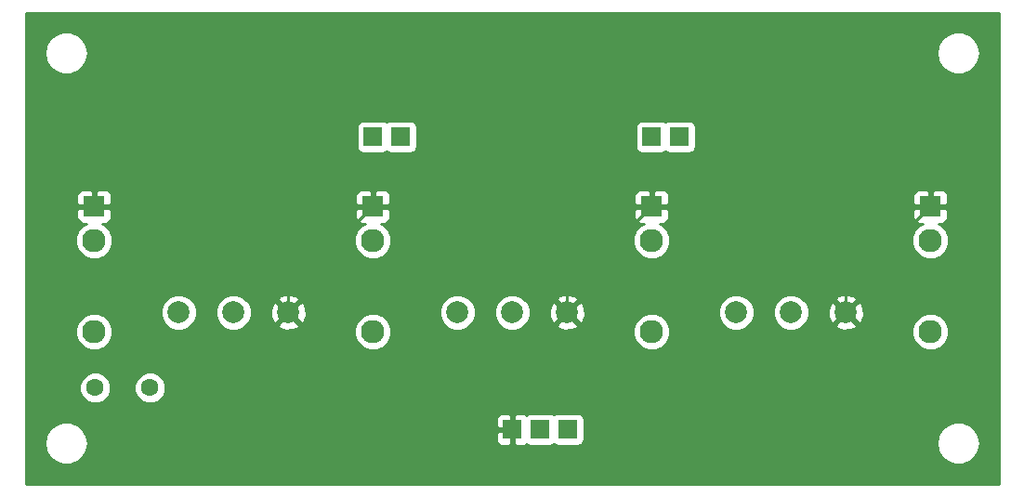
<source format=gbr>
G04 #@! TF.GenerationSoftware,KiCad,Pcbnew,(5.0.2)-1*
G04 #@! TF.CreationDate,2019-05-02T00:13:42-05:00*
G04 #@! TF.ProjectId,vcaControl,76636143-6f6e-4747-926f-6c2e6b696361,rev?*
G04 #@! TF.SameCoordinates,Original*
G04 #@! TF.FileFunction,Copper,L1,Top*
G04 #@! TF.FilePolarity,Positive*
%FSLAX46Y46*%
G04 Gerber Fmt 4.6, Leading zero omitted, Abs format (unit mm)*
G04 Created by KiCad (PCBNEW (5.0.2)-1) date 5/2/2019 12:13:42 AM*
%MOMM*%
%LPD*%
G01*
G04 APERTURE LIST*
G04 #@! TA.AperFunction,ComponentPad*
%ADD10C,1.998980*%
G04 #@! TD*
G04 #@! TA.AperFunction,ComponentPad*
%ADD11C,2.130000*%
G04 #@! TD*
G04 #@! TA.AperFunction,ComponentPad*
%ADD12R,1.930000X1.830000*%
G04 #@! TD*
G04 #@! TA.AperFunction,ComponentPad*
%ADD13C,1.600000*%
G04 #@! TD*
G04 #@! TA.AperFunction,ComponentPad*
%ADD14R,1.700000X1.700000*%
G04 #@! TD*
G04 #@! TA.AperFunction,Conductor*
%ADD15C,0.250000*%
G04 #@! TD*
G04 #@! TA.AperFunction,Conductor*
%ADD16C,0.254000*%
G04 #@! TD*
G04 APERTURE END LIST*
D10*
G04 #@! TO.P,RV1,1*
G04 #@! TO.N,Net-(CV2-PadT)*
X132160000Y-112520000D03*
G04 #@! TO.P,RV1,3*
G04 #@! TO.N,GND*
X142160000Y-112520000D03*
G04 #@! TO.P,RV1,2*
G04 #@! TO.N,Net-(J3C1-Pad1)*
X137160000Y-112520000D03*
G04 #@! TD*
G04 #@! TO.P,RV2,1*
G04 #@! TO.N,Net-(J4C1-Pad1)*
X157560000Y-112520000D03*
G04 #@! TO.P,RV2,3*
G04 #@! TO.N,GND*
X167560000Y-112520000D03*
G04 #@! TO.P,RV2,2*
G04 #@! TO.N,Net-(J5C1-Pad1)*
X162560000Y-112520000D03*
G04 #@! TD*
G04 #@! TO.P,RV3,1*
G04 #@! TO.N,Net-(C2-Pad1)*
X106760000Y-112520000D03*
G04 #@! TO.P,RV3,3*
G04 #@! TO.N,GND*
X116760000Y-112520000D03*
G04 #@! TO.P,RV3,2*
G04 #@! TO.N,Net-(J6C1-Pad1)*
X111760000Y-112520000D03*
G04 #@! TD*
D11*
G04 #@! TO.P,CV1,T*
G04 #@! TO.N,Net-(CV1-PadT)*
X124460000Y-114270000D03*
D12*
G04 #@! TO.P,CV1,S*
G04 #@! TO.N,GND*
X124460000Y-102870000D03*
D11*
G04 #@! TO.P,CV1,TN*
G04 #@! TO.N,N/C*
X124460000Y-105970000D03*
G04 #@! TD*
G04 #@! TO.P,CV2,T*
G04 #@! TO.N,Net-(CV2-PadT)*
X149860000Y-114270000D03*
D12*
G04 #@! TO.P,CV2,S*
G04 #@! TO.N,GND*
X149860000Y-102870000D03*
D11*
G04 #@! TO.P,CV2,TN*
G04 #@! TO.N,N/C*
X149860000Y-105970000D03*
G04 #@! TD*
G04 #@! TO.P,IN1,T*
G04 #@! TO.N,Net-(C2-Pad2)*
X99060000Y-114270000D03*
D12*
G04 #@! TO.P,IN1,S*
G04 #@! TO.N,GND*
X99060000Y-102870000D03*
D11*
G04 #@! TO.P,IN1,TN*
G04 #@! TO.N,N/C*
X99060000Y-105970000D03*
G04 #@! TD*
G04 #@! TO.P,OUT1,T*
G04 #@! TO.N,Net-(J1C1-Pad1)*
X175260000Y-114270000D03*
D12*
G04 #@! TO.P,OUT1,S*
G04 #@! TO.N,GND*
X175260000Y-102870000D03*
D11*
G04 #@! TO.P,OUT1,TN*
G04 #@! TO.N,N/C*
X175260000Y-105970000D03*
G04 #@! TD*
D13*
G04 #@! TO.P,C2,1*
G04 #@! TO.N,Net-(C2-Pad1)*
X104140000Y-119380000D03*
G04 #@! TO.P,C2,2*
G04 #@! TO.N,Net-(C2-Pad2)*
X99140000Y-119380000D03*
G04 #@! TD*
D14*
G04 #@! TO.P,J1C1,1*
G04 #@! TO.N,Net-(J1C1-Pad1)*
X142240000Y-123190000D03*
G04 #@! TD*
G04 #@! TO.P,J2C1,1*
G04 #@! TO.N,Net-(CV1-PadT)*
X139700000Y-123190000D03*
G04 #@! TD*
G04 #@! TO.P,J3C1,1*
G04 #@! TO.N,Net-(J3C1-Pad1)*
X127000000Y-96520000D03*
G04 #@! TD*
G04 #@! TO.P,J4C1,1*
G04 #@! TO.N,Net-(J4C1-Pad1)*
X149860000Y-96520000D03*
G04 #@! TD*
G04 #@! TO.P,J5C1,1*
G04 #@! TO.N,Net-(J5C1-Pad1)*
X152400000Y-96520000D03*
G04 #@! TD*
G04 #@! TO.P,J6C1,1*
G04 #@! TO.N,Net-(J6C1-Pad1)*
X124460000Y-96520000D03*
G04 #@! TD*
G04 #@! TO.P,J7C1,1*
G04 #@! TO.N,GND*
X137160000Y-123190000D03*
G04 #@! TD*
D15*
G04 #@! TO.N,GND*
X124410000Y-102870000D02*
X124460000Y-102870000D01*
X116760000Y-110520000D02*
X124410000Y-102870000D01*
X116760000Y-112520000D02*
X116760000Y-110520000D01*
X149810000Y-102870000D02*
X149860000Y-102870000D01*
X142160000Y-110520000D02*
X149810000Y-102870000D01*
X142160000Y-112520000D02*
X142160000Y-110520000D01*
X175210000Y-102870000D02*
X175260000Y-102870000D01*
X167560000Y-110520000D02*
X175210000Y-102870000D01*
X167560000Y-112520000D02*
X167560000Y-110520000D01*
X109110000Y-102870000D02*
X99060000Y-102870000D01*
X116760000Y-110520000D02*
X109110000Y-102870000D01*
X134510000Y-102870000D02*
X124460000Y-102870000D01*
X142160000Y-110520000D02*
X134510000Y-102870000D01*
X159910000Y-102870000D02*
X149860000Y-102870000D01*
X167560000Y-110520000D02*
X159910000Y-102870000D01*
G04 #@! TD*
D16*
G04 #@! TO.N,GND*
G36*
X181483000Y-128143000D02*
X92837000Y-128143000D01*
X92837000Y-124460000D01*
X94545000Y-124460000D01*
X94664107Y-125135490D01*
X95007062Y-125729506D01*
X95532500Y-126170400D01*
X96177045Y-126404995D01*
X96862955Y-126404995D01*
X97507500Y-126170400D01*
X98032938Y-125729506D01*
X98375893Y-125135490D01*
X98495000Y-124460000D01*
X98375893Y-123784510D01*
X98197631Y-123475750D01*
X135675000Y-123475750D01*
X135675000Y-124166310D01*
X135771673Y-124399699D01*
X135950302Y-124578327D01*
X136183691Y-124675000D01*
X136874250Y-124675000D01*
X137033000Y-124516250D01*
X137033000Y-123317000D01*
X135833750Y-123317000D01*
X135675000Y-123475750D01*
X98197631Y-123475750D01*
X98032938Y-123190494D01*
X97507500Y-122749600D01*
X96862955Y-122515005D01*
X96177045Y-122515005D01*
X95532500Y-122749600D01*
X95007062Y-123190494D01*
X94664107Y-123784510D01*
X94545000Y-124460000D01*
X92837000Y-124460000D01*
X92837000Y-122213690D01*
X135675000Y-122213690D01*
X135675000Y-122904250D01*
X135833750Y-123063000D01*
X137033000Y-123063000D01*
X137033000Y-121863750D01*
X137287000Y-121863750D01*
X137287000Y-123063000D01*
X137307000Y-123063000D01*
X137307000Y-123317000D01*
X137287000Y-123317000D01*
X137287000Y-124516250D01*
X137445750Y-124675000D01*
X138136309Y-124675000D01*
X138369698Y-124578327D01*
X138426975Y-124521051D01*
X138602235Y-124638157D01*
X138850000Y-124687440D01*
X140550000Y-124687440D01*
X140797765Y-124638157D01*
X140970000Y-124523072D01*
X141142235Y-124638157D01*
X141390000Y-124687440D01*
X143090000Y-124687440D01*
X143337765Y-124638157D01*
X143547809Y-124497809D01*
X143573072Y-124460000D01*
X175825000Y-124460000D01*
X175944107Y-125135490D01*
X176287062Y-125729506D01*
X176812500Y-126170400D01*
X177457045Y-126404995D01*
X178142955Y-126404995D01*
X178787500Y-126170400D01*
X179312938Y-125729506D01*
X179655893Y-125135490D01*
X179775000Y-124460000D01*
X179655893Y-123784510D01*
X179312938Y-123190494D01*
X178787500Y-122749600D01*
X178142955Y-122515005D01*
X177457045Y-122515005D01*
X176812500Y-122749600D01*
X176287062Y-123190494D01*
X175944107Y-123784510D01*
X175825000Y-124460000D01*
X143573072Y-124460000D01*
X143688157Y-124287765D01*
X143737440Y-124040000D01*
X143737440Y-122340000D01*
X143688157Y-122092235D01*
X143547809Y-121882191D01*
X143337765Y-121741843D01*
X143090000Y-121692560D01*
X141390000Y-121692560D01*
X141142235Y-121741843D01*
X140970000Y-121856928D01*
X140797765Y-121741843D01*
X140550000Y-121692560D01*
X138850000Y-121692560D01*
X138602235Y-121741843D01*
X138426975Y-121858949D01*
X138369698Y-121801673D01*
X138136309Y-121705000D01*
X137445750Y-121705000D01*
X137287000Y-121863750D01*
X137033000Y-121863750D01*
X136874250Y-121705000D01*
X136183691Y-121705000D01*
X135950302Y-121801673D01*
X135771673Y-121980301D01*
X135675000Y-122213690D01*
X92837000Y-122213690D01*
X92837000Y-119094561D01*
X97705000Y-119094561D01*
X97705000Y-119665439D01*
X97923466Y-120192862D01*
X98327138Y-120596534D01*
X98854561Y-120815000D01*
X99425439Y-120815000D01*
X99952862Y-120596534D01*
X100356534Y-120192862D01*
X100575000Y-119665439D01*
X100575000Y-119094561D01*
X102705000Y-119094561D01*
X102705000Y-119665439D01*
X102923466Y-120192862D01*
X103327138Y-120596534D01*
X103854561Y-120815000D01*
X104425439Y-120815000D01*
X104952862Y-120596534D01*
X105356534Y-120192862D01*
X105575000Y-119665439D01*
X105575000Y-119094561D01*
X105356534Y-118567138D01*
X104952862Y-118163466D01*
X104425439Y-117945000D01*
X103854561Y-117945000D01*
X103327138Y-118163466D01*
X102923466Y-118567138D01*
X102705000Y-119094561D01*
X100575000Y-119094561D01*
X100356534Y-118567138D01*
X99952862Y-118163466D01*
X99425439Y-117945000D01*
X98854561Y-117945000D01*
X98327138Y-118163466D01*
X97923466Y-118567138D01*
X97705000Y-119094561D01*
X92837000Y-119094561D01*
X92837000Y-113931849D01*
X97360000Y-113931849D01*
X97360000Y-114608151D01*
X97618810Y-115232973D01*
X98097027Y-115711190D01*
X98721849Y-115970000D01*
X99398151Y-115970000D01*
X100022973Y-115711190D01*
X100501190Y-115232973D01*
X100760000Y-114608151D01*
X100760000Y-113931849D01*
X100501190Y-113307027D01*
X100022973Y-112828810D01*
X99398151Y-112570000D01*
X98721849Y-112570000D01*
X98097027Y-112828810D01*
X97618810Y-113307027D01*
X97360000Y-113931849D01*
X92837000Y-113931849D01*
X92837000Y-112194880D01*
X105125510Y-112194880D01*
X105125510Y-112845120D01*
X105374346Y-113445864D01*
X105834136Y-113905654D01*
X106434880Y-114154490D01*
X107085120Y-114154490D01*
X107685864Y-113905654D01*
X108145654Y-113445864D01*
X108394490Y-112845120D01*
X108394490Y-112194880D01*
X110125510Y-112194880D01*
X110125510Y-112845120D01*
X110374346Y-113445864D01*
X110834136Y-113905654D01*
X111434880Y-114154490D01*
X112085120Y-114154490D01*
X112685864Y-113905654D01*
X112919355Y-113672163D01*
X115787443Y-113672163D01*
X115886042Y-113938965D01*
X116495582Y-114165401D01*
X117145377Y-114141341D01*
X117633958Y-113938965D01*
X117636587Y-113931849D01*
X122760000Y-113931849D01*
X122760000Y-114608151D01*
X123018810Y-115232973D01*
X123497027Y-115711190D01*
X124121849Y-115970000D01*
X124798151Y-115970000D01*
X125422973Y-115711190D01*
X125901190Y-115232973D01*
X126160000Y-114608151D01*
X126160000Y-113931849D01*
X125901190Y-113307027D01*
X125422973Y-112828810D01*
X124798151Y-112570000D01*
X124121849Y-112570000D01*
X123497027Y-112828810D01*
X123018810Y-113307027D01*
X122760000Y-113931849D01*
X117636587Y-113931849D01*
X117732557Y-113672163D01*
X116760000Y-112699605D01*
X115787443Y-113672163D01*
X112919355Y-113672163D01*
X113145654Y-113445864D01*
X113394490Y-112845120D01*
X113394490Y-112255582D01*
X115114599Y-112255582D01*
X115138659Y-112905377D01*
X115341035Y-113393958D01*
X115607837Y-113492557D01*
X116580395Y-112520000D01*
X116939605Y-112520000D01*
X117912163Y-113492557D01*
X118178965Y-113393958D01*
X118405401Y-112784418D01*
X118383573Y-112194880D01*
X130525510Y-112194880D01*
X130525510Y-112845120D01*
X130774346Y-113445864D01*
X131234136Y-113905654D01*
X131834880Y-114154490D01*
X132485120Y-114154490D01*
X133085864Y-113905654D01*
X133545654Y-113445864D01*
X133794490Y-112845120D01*
X133794490Y-112194880D01*
X135525510Y-112194880D01*
X135525510Y-112845120D01*
X135774346Y-113445864D01*
X136234136Y-113905654D01*
X136834880Y-114154490D01*
X137485120Y-114154490D01*
X138085864Y-113905654D01*
X138319355Y-113672163D01*
X141187443Y-113672163D01*
X141286042Y-113938965D01*
X141895582Y-114165401D01*
X142545377Y-114141341D01*
X143033958Y-113938965D01*
X143036587Y-113931849D01*
X148160000Y-113931849D01*
X148160000Y-114608151D01*
X148418810Y-115232973D01*
X148897027Y-115711190D01*
X149521849Y-115970000D01*
X150198151Y-115970000D01*
X150822973Y-115711190D01*
X151301190Y-115232973D01*
X151560000Y-114608151D01*
X151560000Y-113931849D01*
X151301190Y-113307027D01*
X150822973Y-112828810D01*
X150198151Y-112570000D01*
X149521849Y-112570000D01*
X148897027Y-112828810D01*
X148418810Y-113307027D01*
X148160000Y-113931849D01*
X143036587Y-113931849D01*
X143132557Y-113672163D01*
X142160000Y-112699605D01*
X141187443Y-113672163D01*
X138319355Y-113672163D01*
X138545654Y-113445864D01*
X138794490Y-112845120D01*
X138794490Y-112255582D01*
X140514599Y-112255582D01*
X140538659Y-112905377D01*
X140741035Y-113393958D01*
X141007837Y-113492557D01*
X141980395Y-112520000D01*
X142339605Y-112520000D01*
X143312163Y-113492557D01*
X143578965Y-113393958D01*
X143805401Y-112784418D01*
X143783573Y-112194880D01*
X155925510Y-112194880D01*
X155925510Y-112845120D01*
X156174346Y-113445864D01*
X156634136Y-113905654D01*
X157234880Y-114154490D01*
X157885120Y-114154490D01*
X158485864Y-113905654D01*
X158945654Y-113445864D01*
X159194490Y-112845120D01*
X159194490Y-112194880D01*
X160925510Y-112194880D01*
X160925510Y-112845120D01*
X161174346Y-113445864D01*
X161634136Y-113905654D01*
X162234880Y-114154490D01*
X162885120Y-114154490D01*
X163485864Y-113905654D01*
X163719355Y-113672163D01*
X166587443Y-113672163D01*
X166686042Y-113938965D01*
X167295582Y-114165401D01*
X167945377Y-114141341D01*
X168433958Y-113938965D01*
X168436587Y-113931849D01*
X173560000Y-113931849D01*
X173560000Y-114608151D01*
X173818810Y-115232973D01*
X174297027Y-115711190D01*
X174921849Y-115970000D01*
X175598151Y-115970000D01*
X176222973Y-115711190D01*
X176701190Y-115232973D01*
X176960000Y-114608151D01*
X176960000Y-113931849D01*
X176701190Y-113307027D01*
X176222973Y-112828810D01*
X175598151Y-112570000D01*
X174921849Y-112570000D01*
X174297027Y-112828810D01*
X173818810Y-113307027D01*
X173560000Y-113931849D01*
X168436587Y-113931849D01*
X168532557Y-113672163D01*
X167560000Y-112699605D01*
X166587443Y-113672163D01*
X163719355Y-113672163D01*
X163945654Y-113445864D01*
X164194490Y-112845120D01*
X164194490Y-112255582D01*
X165914599Y-112255582D01*
X165938659Y-112905377D01*
X166141035Y-113393958D01*
X166407837Y-113492557D01*
X167380395Y-112520000D01*
X167739605Y-112520000D01*
X168712163Y-113492557D01*
X168978965Y-113393958D01*
X169205401Y-112784418D01*
X169181341Y-112134623D01*
X168978965Y-111646042D01*
X168712163Y-111547443D01*
X167739605Y-112520000D01*
X167380395Y-112520000D01*
X166407837Y-111547443D01*
X166141035Y-111646042D01*
X165914599Y-112255582D01*
X164194490Y-112255582D01*
X164194490Y-112194880D01*
X163945654Y-111594136D01*
X163719355Y-111367837D01*
X166587443Y-111367837D01*
X167560000Y-112340395D01*
X168532557Y-111367837D01*
X168433958Y-111101035D01*
X167824418Y-110874599D01*
X167174623Y-110898659D01*
X166686042Y-111101035D01*
X166587443Y-111367837D01*
X163719355Y-111367837D01*
X163485864Y-111134346D01*
X162885120Y-110885510D01*
X162234880Y-110885510D01*
X161634136Y-111134346D01*
X161174346Y-111594136D01*
X160925510Y-112194880D01*
X159194490Y-112194880D01*
X158945654Y-111594136D01*
X158485864Y-111134346D01*
X157885120Y-110885510D01*
X157234880Y-110885510D01*
X156634136Y-111134346D01*
X156174346Y-111594136D01*
X155925510Y-112194880D01*
X143783573Y-112194880D01*
X143781341Y-112134623D01*
X143578965Y-111646042D01*
X143312163Y-111547443D01*
X142339605Y-112520000D01*
X141980395Y-112520000D01*
X141007837Y-111547443D01*
X140741035Y-111646042D01*
X140514599Y-112255582D01*
X138794490Y-112255582D01*
X138794490Y-112194880D01*
X138545654Y-111594136D01*
X138319355Y-111367837D01*
X141187443Y-111367837D01*
X142160000Y-112340395D01*
X143132557Y-111367837D01*
X143033958Y-111101035D01*
X142424418Y-110874599D01*
X141774623Y-110898659D01*
X141286042Y-111101035D01*
X141187443Y-111367837D01*
X138319355Y-111367837D01*
X138085864Y-111134346D01*
X137485120Y-110885510D01*
X136834880Y-110885510D01*
X136234136Y-111134346D01*
X135774346Y-111594136D01*
X135525510Y-112194880D01*
X133794490Y-112194880D01*
X133545654Y-111594136D01*
X133085864Y-111134346D01*
X132485120Y-110885510D01*
X131834880Y-110885510D01*
X131234136Y-111134346D01*
X130774346Y-111594136D01*
X130525510Y-112194880D01*
X118383573Y-112194880D01*
X118381341Y-112134623D01*
X118178965Y-111646042D01*
X117912163Y-111547443D01*
X116939605Y-112520000D01*
X116580395Y-112520000D01*
X115607837Y-111547443D01*
X115341035Y-111646042D01*
X115114599Y-112255582D01*
X113394490Y-112255582D01*
X113394490Y-112194880D01*
X113145654Y-111594136D01*
X112919355Y-111367837D01*
X115787443Y-111367837D01*
X116760000Y-112340395D01*
X117732557Y-111367837D01*
X117633958Y-111101035D01*
X117024418Y-110874599D01*
X116374623Y-110898659D01*
X115886042Y-111101035D01*
X115787443Y-111367837D01*
X112919355Y-111367837D01*
X112685864Y-111134346D01*
X112085120Y-110885510D01*
X111434880Y-110885510D01*
X110834136Y-111134346D01*
X110374346Y-111594136D01*
X110125510Y-112194880D01*
X108394490Y-112194880D01*
X108145654Y-111594136D01*
X107685864Y-111134346D01*
X107085120Y-110885510D01*
X106434880Y-110885510D01*
X105834136Y-111134346D01*
X105374346Y-111594136D01*
X105125510Y-112194880D01*
X92837000Y-112194880D01*
X92837000Y-105631849D01*
X97360000Y-105631849D01*
X97360000Y-106308151D01*
X97618810Y-106932973D01*
X98097027Y-107411190D01*
X98721849Y-107670000D01*
X99398151Y-107670000D01*
X100022973Y-107411190D01*
X100501190Y-106932973D01*
X100760000Y-106308151D01*
X100760000Y-105631849D01*
X122760000Y-105631849D01*
X122760000Y-106308151D01*
X123018810Y-106932973D01*
X123497027Y-107411190D01*
X124121849Y-107670000D01*
X124798151Y-107670000D01*
X125422973Y-107411190D01*
X125901190Y-106932973D01*
X126160000Y-106308151D01*
X126160000Y-105631849D01*
X148160000Y-105631849D01*
X148160000Y-106308151D01*
X148418810Y-106932973D01*
X148897027Y-107411190D01*
X149521849Y-107670000D01*
X150198151Y-107670000D01*
X150822973Y-107411190D01*
X151301190Y-106932973D01*
X151560000Y-106308151D01*
X151560000Y-105631849D01*
X173560000Y-105631849D01*
X173560000Y-106308151D01*
X173818810Y-106932973D01*
X174297027Y-107411190D01*
X174921849Y-107670000D01*
X175598151Y-107670000D01*
X176222973Y-107411190D01*
X176701190Y-106932973D01*
X176960000Y-106308151D01*
X176960000Y-105631849D01*
X176701190Y-105007027D01*
X176222973Y-104528810D01*
X175960283Y-104420000D01*
X176351309Y-104420000D01*
X176584698Y-104323327D01*
X176763327Y-104144699D01*
X176860000Y-103911310D01*
X176860000Y-103155750D01*
X176701250Y-102997000D01*
X175387000Y-102997000D01*
X175387000Y-103017000D01*
X175133000Y-103017000D01*
X175133000Y-102997000D01*
X173818750Y-102997000D01*
X173660000Y-103155750D01*
X173660000Y-103911310D01*
X173756673Y-104144699D01*
X173935302Y-104323327D01*
X174168691Y-104420000D01*
X174559717Y-104420000D01*
X174297027Y-104528810D01*
X173818810Y-105007027D01*
X173560000Y-105631849D01*
X151560000Y-105631849D01*
X151301190Y-105007027D01*
X150822973Y-104528810D01*
X150560283Y-104420000D01*
X150951309Y-104420000D01*
X151184698Y-104323327D01*
X151363327Y-104144699D01*
X151460000Y-103911310D01*
X151460000Y-103155750D01*
X151301250Y-102997000D01*
X149987000Y-102997000D01*
X149987000Y-103017000D01*
X149733000Y-103017000D01*
X149733000Y-102997000D01*
X148418750Y-102997000D01*
X148260000Y-103155750D01*
X148260000Y-103911310D01*
X148356673Y-104144699D01*
X148535302Y-104323327D01*
X148768691Y-104420000D01*
X149159717Y-104420000D01*
X148897027Y-104528810D01*
X148418810Y-105007027D01*
X148160000Y-105631849D01*
X126160000Y-105631849D01*
X125901190Y-105007027D01*
X125422973Y-104528810D01*
X125160283Y-104420000D01*
X125551309Y-104420000D01*
X125784698Y-104323327D01*
X125963327Y-104144699D01*
X126060000Y-103911310D01*
X126060000Y-103155750D01*
X125901250Y-102997000D01*
X124587000Y-102997000D01*
X124587000Y-103017000D01*
X124333000Y-103017000D01*
X124333000Y-102997000D01*
X123018750Y-102997000D01*
X122860000Y-103155750D01*
X122860000Y-103911310D01*
X122956673Y-104144699D01*
X123135302Y-104323327D01*
X123368691Y-104420000D01*
X123759717Y-104420000D01*
X123497027Y-104528810D01*
X123018810Y-105007027D01*
X122760000Y-105631849D01*
X100760000Y-105631849D01*
X100501190Y-105007027D01*
X100022973Y-104528810D01*
X99760283Y-104420000D01*
X100151309Y-104420000D01*
X100384698Y-104323327D01*
X100563327Y-104144699D01*
X100660000Y-103911310D01*
X100660000Y-103155750D01*
X100501250Y-102997000D01*
X99187000Y-102997000D01*
X99187000Y-103017000D01*
X98933000Y-103017000D01*
X98933000Y-102997000D01*
X97618750Y-102997000D01*
X97460000Y-103155750D01*
X97460000Y-103911310D01*
X97556673Y-104144699D01*
X97735302Y-104323327D01*
X97968691Y-104420000D01*
X98359717Y-104420000D01*
X98097027Y-104528810D01*
X97618810Y-105007027D01*
X97360000Y-105631849D01*
X92837000Y-105631849D01*
X92837000Y-101828690D01*
X97460000Y-101828690D01*
X97460000Y-102584250D01*
X97618750Y-102743000D01*
X98933000Y-102743000D01*
X98933000Y-101478750D01*
X99187000Y-101478750D01*
X99187000Y-102743000D01*
X100501250Y-102743000D01*
X100660000Y-102584250D01*
X100660000Y-101828690D01*
X122860000Y-101828690D01*
X122860000Y-102584250D01*
X123018750Y-102743000D01*
X124333000Y-102743000D01*
X124333000Y-101478750D01*
X124587000Y-101478750D01*
X124587000Y-102743000D01*
X125901250Y-102743000D01*
X126060000Y-102584250D01*
X126060000Y-101828690D01*
X148260000Y-101828690D01*
X148260000Y-102584250D01*
X148418750Y-102743000D01*
X149733000Y-102743000D01*
X149733000Y-101478750D01*
X149987000Y-101478750D01*
X149987000Y-102743000D01*
X151301250Y-102743000D01*
X151460000Y-102584250D01*
X151460000Y-101828690D01*
X173660000Y-101828690D01*
X173660000Y-102584250D01*
X173818750Y-102743000D01*
X175133000Y-102743000D01*
X175133000Y-101478750D01*
X175387000Y-101478750D01*
X175387000Y-102743000D01*
X176701250Y-102743000D01*
X176860000Y-102584250D01*
X176860000Y-101828690D01*
X176763327Y-101595301D01*
X176584698Y-101416673D01*
X176351309Y-101320000D01*
X175545750Y-101320000D01*
X175387000Y-101478750D01*
X175133000Y-101478750D01*
X174974250Y-101320000D01*
X174168691Y-101320000D01*
X173935302Y-101416673D01*
X173756673Y-101595301D01*
X173660000Y-101828690D01*
X151460000Y-101828690D01*
X151363327Y-101595301D01*
X151184698Y-101416673D01*
X150951309Y-101320000D01*
X150145750Y-101320000D01*
X149987000Y-101478750D01*
X149733000Y-101478750D01*
X149574250Y-101320000D01*
X148768691Y-101320000D01*
X148535302Y-101416673D01*
X148356673Y-101595301D01*
X148260000Y-101828690D01*
X126060000Y-101828690D01*
X125963327Y-101595301D01*
X125784698Y-101416673D01*
X125551309Y-101320000D01*
X124745750Y-101320000D01*
X124587000Y-101478750D01*
X124333000Y-101478750D01*
X124174250Y-101320000D01*
X123368691Y-101320000D01*
X123135302Y-101416673D01*
X122956673Y-101595301D01*
X122860000Y-101828690D01*
X100660000Y-101828690D01*
X100563327Y-101595301D01*
X100384698Y-101416673D01*
X100151309Y-101320000D01*
X99345750Y-101320000D01*
X99187000Y-101478750D01*
X98933000Y-101478750D01*
X98774250Y-101320000D01*
X97968691Y-101320000D01*
X97735302Y-101416673D01*
X97556673Y-101595301D01*
X97460000Y-101828690D01*
X92837000Y-101828690D01*
X92837000Y-95670000D01*
X122962560Y-95670000D01*
X122962560Y-97370000D01*
X123011843Y-97617765D01*
X123152191Y-97827809D01*
X123362235Y-97968157D01*
X123610000Y-98017440D01*
X125310000Y-98017440D01*
X125557765Y-97968157D01*
X125730000Y-97853072D01*
X125902235Y-97968157D01*
X126150000Y-98017440D01*
X127850000Y-98017440D01*
X128097765Y-97968157D01*
X128307809Y-97827809D01*
X128448157Y-97617765D01*
X128497440Y-97370000D01*
X128497440Y-95670000D01*
X148362560Y-95670000D01*
X148362560Y-97370000D01*
X148411843Y-97617765D01*
X148552191Y-97827809D01*
X148762235Y-97968157D01*
X149010000Y-98017440D01*
X150710000Y-98017440D01*
X150957765Y-97968157D01*
X151130000Y-97853072D01*
X151302235Y-97968157D01*
X151550000Y-98017440D01*
X153250000Y-98017440D01*
X153497765Y-97968157D01*
X153707809Y-97827809D01*
X153848157Y-97617765D01*
X153897440Y-97370000D01*
X153897440Y-95670000D01*
X153848157Y-95422235D01*
X153707809Y-95212191D01*
X153497765Y-95071843D01*
X153250000Y-95022560D01*
X151550000Y-95022560D01*
X151302235Y-95071843D01*
X151130000Y-95186928D01*
X150957765Y-95071843D01*
X150710000Y-95022560D01*
X149010000Y-95022560D01*
X148762235Y-95071843D01*
X148552191Y-95212191D01*
X148411843Y-95422235D01*
X148362560Y-95670000D01*
X128497440Y-95670000D01*
X128448157Y-95422235D01*
X128307809Y-95212191D01*
X128097765Y-95071843D01*
X127850000Y-95022560D01*
X126150000Y-95022560D01*
X125902235Y-95071843D01*
X125730000Y-95186928D01*
X125557765Y-95071843D01*
X125310000Y-95022560D01*
X123610000Y-95022560D01*
X123362235Y-95071843D01*
X123152191Y-95212191D01*
X123011843Y-95422235D01*
X122962560Y-95670000D01*
X92837000Y-95670000D01*
X92837000Y-88900000D01*
X94545000Y-88900000D01*
X94664107Y-89575490D01*
X95007062Y-90169506D01*
X95532500Y-90610400D01*
X96177045Y-90844995D01*
X96862955Y-90844995D01*
X97507500Y-90610400D01*
X98032938Y-90169506D01*
X98375893Y-89575490D01*
X98495000Y-88900000D01*
X175825000Y-88900000D01*
X175944107Y-89575490D01*
X176287062Y-90169506D01*
X176812500Y-90610400D01*
X177457045Y-90844995D01*
X178142955Y-90844995D01*
X178787500Y-90610400D01*
X179312938Y-90169506D01*
X179655893Y-89575490D01*
X179775000Y-88900000D01*
X179655893Y-88224510D01*
X179312938Y-87630494D01*
X178787500Y-87189600D01*
X178142955Y-86955005D01*
X177457045Y-86955005D01*
X176812500Y-87189600D01*
X176287062Y-87630494D01*
X175944107Y-88224510D01*
X175825000Y-88900000D01*
X98495000Y-88900000D01*
X98375893Y-88224510D01*
X98032938Y-87630494D01*
X97507500Y-87189600D01*
X96862955Y-86955005D01*
X96177045Y-86955005D01*
X95532500Y-87189600D01*
X95007062Y-87630494D01*
X94664107Y-88224510D01*
X94545000Y-88900000D01*
X92837000Y-88900000D01*
X92837000Y-85217000D01*
X181483000Y-85217000D01*
X181483000Y-128143000D01*
X181483000Y-128143000D01*
G37*
X181483000Y-128143000D02*
X92837000Y-128143000D01*
X92837000Y-124460000D01*
X94545000Y-124460000D01*
X94664107Y-125135490D01*
X95007062Y-125729506D01*
X95532500Y-126170400D01*
X96177045Y-126404995D01*
X96862955Y-126404995D01*
X97507500Y-126170400D01*
X98032938Y-125729506D01*
X98375893Y-125135490D01*
X98495000Y-124460000D01*
X98375893Y-123784510D01*
X98197631Y-123475750D01*
X135675000Y-123475750D01*
X135675000Y-124166310D01*
X135771673Y-124399699D01*
X135950302Y-124578327D01*
X136183691Y-124675000D01*
X136874250Y-124675000D01*
X137033000Y-124516250D01*
X137033000Y-123317000D01*
X135833750Y-123317000D01*
X135675000Y-123475750D01*
X98197631Y-123475750D01*
X98032938Y-123190494D01*
X97507500Y-122749600D01*
X96862955Y-122515005D01*
X96177045Y-122515005D01*
X95532500Y-122749600D01*
X95007062Y-123190494D01*
X94664107Y-123784510D01*
X94545000Y-124460000D01*
X92837000Y-124460000D01*
X92837000Y-122213690D01*
X135675000Y-122213690D01*
X135675000Y-122904250D01*
X135833750Y-123063000D01*
X137033000Y-123063000D01*
X137033000Y-121863750D01*
X137287000Y-121863750D01*
X137287000Y-123063000D01*
X137307000Y-123063000D01*
X137307000Y-123317000D01*
X137287000Y-123317000D01*
X137287000Y-124516250D01*
X137445750Y-124675000D01*
X138136309Y-124675000D01*
X138369698Y-124578327D01*
X138426975Y-124521051D01*
X138602235Y-124638157D01*
X138850000Y-124687440D01*
X140550000Y-124687440D01*
X140797765Y-124638157D01*
X140970000Y-124523072D01*
X141142235Y-124638157D01*
X141390000Y-124687440D01*
X143090000Y-124687440D01*
X143337765Y-124638157D01*
X143547809Y-124497809D01*
X143573072Y-124460000D01*
X175825000Y-124460000D01*
X175944107Y-125135490D01*
X176287062Y-125729506D01*
X176812500Y-126170400D01*
X177457045Y-126404995D01*
X178142955Y-126404995D01*
X178787500Y-126170400D01*
X179312938Y-125729506D01*
X179655893Y-125135490D01*
X179775000Y-124460000D01*
X179655893Y-123784510D01*
X179312938Y-123190494D01*
X178787500Y-122749600D01*
X178142955Y-122515005D01*
X177457045Y-122515005D01*
X176812500Y-122749600D01*
X176287062Y-123190494D01*
X175944107Y-123784510D01*
X175825000Y-124460000D01*
X143573072Y-124460000D01*
X143688157Y-124287765D01*
X143737440Y-124040000D01*
X143737440Y-122340000D01*
X143688157Y-122092235D01*
X143547809Y-121882191D01*
X143337765Y-121741843D01*
X143090000Y-121692560D01*
X141390000Y-121692560D01*
X141142235Y-121741843D01*
X140970000Y-121856928D01*
X140797765Y-121741843D01*
X140550000Y-121692560D01*
X138850000Y-121692560D01*
X138602235Y-121741843D01*
X138426975Y-121858949D01*
X138369698Y-121801673D01*
X138136309Y-121705000D01*
X137445750Y-121705000D01*
X137287000Y-121863750D01*
X137033000Y-121863750D01*
X136874250Y-121705000D01*
X136183691Y-121705000D01*
X135950302Y-121801673D01*
X135771673Y-121980301D01*
X135675000Y-122213690D01*
X92837000Y-122213690D01*
X92837000Y-119094561D01*
X97705000Y-119094561D01*
X97705000Y-119665439D01*
X97923466Y-120192862D01*
X98327138Y-120596534D01*
X98854561Y-120815000D01*
X99425439Y-120815000D01*
X99952862Y-120596534D01*
X100356534Y-120192862D01*
X100575000Y-119665439D01*
X100575000Y-119094561D01*
X102705000Y-119094561D01*
X102705000Y-119665439D01*
X102923466Y-120192862D01*
X103327138Y-120596534D01*
X103854561Y-120815000D01*
X104425439Y-120815000D01*
X104952862Y-120596534D01*
X105356534Y-120192862D01*
X105575000Y-119665439D01*
X105575000Y-119094561D01*
X105356534Y-118567138D01*
X104952862Y-118163466D01*
X104425439Y-117945000D01*
X103854561Y-117945000D01*
X103327138Y-118163466D01*
X102923466Y-118567138D01*
X102705000Y-119094561D01*
X100575000Y-119094561D01*
X100356534Y-118567138D01*
X99952862Y-118163466D01*
X99425439Y-117945000D01*
X98854561Y-117945000D01*
X98327138Y-118163466D01*
X97923466Y-118567138D01*
X97705000Y-119094561D01*
X92837000Y-119094561D01*
X92837000Y-113931849D01*
X97360000Y-113931849D01*
X97360000Y-114608151D01*
X97618810Y-115232973D01*
X98097027Y-115711190D01*
X98721849Y-115970000D01*
X99398151Y-115970000D01*
X100022973Y-115711190D01*
X100501190Y-115232973D01*
X100760000Y-114608151D01*
X100760000Y-113931849D01*
X100501190Y-113307027D01*
X100022973Y-112828810D01*
X99398151Y-112570000D01*
X98721849Y-112570000D01*
X98097027Y-112828810D01*
X97618810Y-113307027D01*
X97360000Y-113931849D01*
X92837000Y-113931849D01*
X92837000Y-112194880D01*
X105125510Y-112194880D01*
X105125510Y-112845120D01*
X105374346Y-113445864D01*
X105834136Y-113905654D01*
X106434880Y-114154490D01*
X107085120Y-114154490D01*
X107685864Y-113905654D01*
X108145654Y-113445864D01*
X108394490Y-112845120D01*
X108394490Y-112194880D01*
X110125510Y-112194880D01*
X110125510Y-112845120D01*
X110374346Y-113445864D01*
X110834136Y-113905654D01*
X111434880Y-114154490D01*
X112085120Y-114154490D01*
X112685864Y-113905654D01*
X112919355Y-113672163D01*
X115787443Y-113672163D01*
X115886042Y-113938965D01*
X116495582Y-114165401D01*
X117145377Y-114141341D01*
X117633958Y-113938965D01*
X117636587Y-113931849D01*
X122760000Y-113931849D01*
X122760000Y-114608151D01*
X123018810Y-115232973D01*
X123497027Y-115711190D01*
X124121849Y-115970000D01*
X124798151Y-115970000D01*
X125422973Y-115711190D01*
X125901190Y-115232973D01*
X126160000Y-114608151D01*
X126160000Y-113931849D01*
X125901190Y-113307027D01*
X125422973Y-112828810D01*
X124798151Y-112570000D01*
X124121849Y-112570000D01*
X123497027Y-112828810D01*
X123018810Y-113307027D01*
X122760000Y-113931849D01*
X117636587Y-113931849D01*
X117732557Y-113672163D01*
X116760000Y-112699605D01*
X115787443Y-113672163D01*
X112919355Y-113672163D01*
X113145654Y-113445864D01*
X113394490Y-112845120D01*
X113394490Y-112255582D01*
X115114599Y-112255582D01*
X115138659Y-112905377D01*
X115341035Y-113393958D01*
X115607837Y-113492557D01*
X116580395Y-112520000D01*
X116939605Y-112520000D01*
X117912163Y-113492557D01*
X118178965Y-113393958D01*
X118405401Y-112784418D01*
X118383573Y-112194880D01*
X130525510Y-112194880D01*
X130525510Y-112845120D01*
X130774346Y-113445864D01*
X131234136Y-113905654D01*
X131834880Y-114154490D01*
X132485120Y-114154490D01*
X133085864Y-113905654D01*
X133545654Y-113445864D01*
X133794490Y-112845120D01*
X133794490Y-112194880D01*
X135525510Y-112194880D01*
X135525510Y-112845120D01*
X135774346Y-113445864D01*
X136234136Y-113905654D01*
X136834880Y-114154490D01*
X137485120Y-114154490D01*
X138085864Y-113905654D01*
X138319355Y-113672163D01*
X141187443Y-113672163D01*
X141286042Y-113938965D01*
X141895582Y-114165401D01*
X142545377Y-114141341D01*
X143033958Y-113938965D01*
X143036587Y-113931849D01*
X148160000Y-113931849D01*
X148160000Y-114608151D01*
X148418810Y-115232973D01*
X148897027Y-115711190D01*
X149521849Y-115970000D01*
X150198151Y-115970000D01*
X150822973Y-115711190D01*
X151301190Y-115232973D01*
X151560000Y-114608151D01*
X151560000Y-113931849D01*
X151301190Y-113307027D01*
X150822973Y-112828810D01*
X150198151Y-112570000D01*
X149521849Y-112570000D01*
X148897027Y-112828810D01*
X148418810Y-113307027D01*
X148160000Y-113931849D01*
X143036587Y-113931849D01*
X143132557Y-113672163D01*
X142160000Y-112699605D01*
X141187443Y-113672163D01*
X138319355Y-113672163D01*
X138545654Y-113445864D01*
X138794490Y-112845120D01*
X138794490Y-112255582D01*
X140514599Y-112255582D01*
X140538659Y-112905377D01*
X140741035Y-113393958D01*
X141007837Y-113492557D01*
X141980395Y-112520000D01*
X142339605Y-112520000D01*
X143312163Y-113492557D01*
X143578965Y-113393958D01*
X143805401Y-112784418D01*
X143783573Y-112194880D01*
X155925510Y-112194880D01*
X155925510Y-112845120D01*
X156174346Y-113445864D01*
X156634136Y-113905654D01*
X157234880Y-114154490D01*
X157885120Y-114154490D01*
X158485864Y-113905654D01*
X158945654Y-113445864D01*
X159194490Y-112845120D01*
X159194490Y-112194880D01*
X160925510Y-112194880D01*
X160925510Y-112845120D01*
X161174346Y-113445864D01*
X161634136Y-113905654D01*
X162234880Y-114154490D01*
X162885120Y-114154490D01*
X163485864Y-113905654D01*
X163719355Y-113672163D01*
X166587443Y-113672163D01*
X166686042Y-113938965D01*
X167295582Y-114165401D01*
X167945377Y-114141341D01*
X168433958Y-113938965D01*
X168436587Y-113931849D01*
X173560000Y-113931849D01*
X173560000Y-114608151D01*
X173818810Y-115232973D01*
X174297027Y-115711190D01*
X174921849Y-115970000D01*
X175598151Y-115970000D01*
X176222973Y-115711190D01*
X176701190Y-115232973D01*
X176960000Y-114608151D01*
X176960000Y-113931849D01*
X176701190Y-113307027D01*
X176222973Y-112828810D01*
X175598151Y-112570000D01*
X174921849Y-112570000D01*
X174297027Y-112828810D01*
X173818810Y-113307027D01*
X173560000Y-113931849D01*
X168436587Y-113931849D01*
X168532557Y-113672163D01*
X167560000Y-112699605D01*
X166587443Y-113672163D01*
X163719355Y-113672163D01*
X163945654Y-113445864D01*
X164194490Y-112845120D01*
X164194490Y-112255582D01*
X165914599Y-112255582D01*
X165938659Y-112905377D01*
X166141035Y-113393958D01*
X166407837Y-113492557D01*
X167380395Y-112520000D01*
X167739605Y-112520000D01*
X168712163Y-113492557D01*
X168978965Y-113393958D01*
X169205401Y-112784418D01*
X169181341Y-112134623D01*
X168978965Y-111646042D01*
X168712163Y-111547443D01*
X167739605Y-112520000D01*
X167380395Y-112520000D01*
X166407837Y-111547443D01*
X166141035Y-111646042D01*
X165914599Y-112255582D01*
X164194490Y-112255582D01*
X164194490Y-112194880D01*
X163945654Y-111594136D01*
X163719355Y-111367837D01*
X166587443Y-111367837D01*
X167560000Y-112340395D01*
X168532557Y-111367837D01*
X168433958Y-111101035D01*
X167824418Y-110874599D01*
X167174623Y-110898659D01*
X166686042Y-111101035D01*
X166587443Y-111367837D01*
X163719355Y-111367837D01*
X163485864Y-111134346D01*
X162885120Y-110885510D01*
X162234880Y-110885510D01*
X161634136Y-111134346D01*
X161174346Y-111594136D01*
X160925510Y-112194880D01*
X159194490Y-112194880D01*
X158945654Y-111594136D01*
X158485864Y-111134346D01*
X157885120Y-110885510D01*
X157234880Y-110885510D01*
X156634136Y-111134346D01*
X156174346Y-111594136D01*
X155925510Y-112194880D01*
X143783573Y-112194880D01*
X143781341Y-112134623D01*
X143578965Y-111646042D01*
X143312163Y-111547443D01*
X142339605Y-112520000D01*
X141980395Y-112520000D01*
X141007837Y-111547443D01*
X140741035Y-111646042D01*
X140514599Y-112255582D01*
X138794490Y-112255582D01*
X138794490Y-112194880D01*
X138545654Y-111594136D01*
X138319355Y-111367837D01*
X141187443Y-111367837D01*
X142160000Y-112340395D01*
X143132557Y-111367837D01*
X143033958Y-111101035D01*
X142424418Y-110874599D01*
X141774623Y-110898659D01*
X141286042Y-111101035D01*
X141187443Y-111367837D01*
X138319355Y-111367837D01*
X138085864Y-111134346D01*
X137485120Y-110885510D01*
X136834880Y-110885510D01*
X136234136Y-111134346D01*
X135774346Y-111594136D01*
X135525510Y-112194880D01*
X133794490Y-112194880D01*
X133545654Y-111594136D01*
X133085864Y-111134346D01*
X132485120Y-110885510D01*
X131834880Y-110885510D01*
X131234136Y-111134346D01*
X130774346Y-111594136D01*
X130525510Y-112194880D01*
X118383573Y-112194880D01*
X118381341Y-112134623D01*
X118178965Y-111646042D01*
X117912163Y-111547443D01*
X116939605Y-112520000D01*
X116580395Y-112520000D01*
X115607837Y-111547443D01*
X115341035Y-111646042D01*
X115114599Y-112255582D01*
X113394490Y-112255582D01*
X113394490Y-112194880D01*
X113145654Y-111594136D01*
X112919355Y-111367837D01*
X115787443Y-111367837D01*
X116760000Y-112340395D01*
X117732557Y-111367837D01*
X117633958Y-111101035D01*
X117024418Y-110874599D01*
X116374623Y-110898659D01*
X115886042Y-111101035D01*
X115787443Y-111367837D01*
X112919355Y-111367837D01*
X112685864Y-111134346D01*
X112085120Y-110885510D01*
X111434880Y-110885510D01*
X110834136Y-111134346D01*
X110374346Y-111594136D01*
X110125510Y-112194880D01*
X108394490Y-112194880D01*
X108145654Y-111594136D01*
X107685864Y-111134346D01*
X107085120Y-110885510D01*
X106434880Y-110885510D01*
X105834136Y-111134346D01*
X105374346Y-111594136D01*
X105125510Y-112194880D01*
X92837000Y-112194880D01*
X92837000Y-105631849D01*
X97360000Y-105631849D01*
X97360000Y-106308151D01*
X97618810Y-106932973D01*
X98097027Y-107411190D01*
X98721849Y-107670000D01*
X99398151Y-107670000D01*
X100022973Y-107411190D01*
X100501190Y-106932973D01*
X100760000Y-106308151D01*
X100760000Y-105631849D01*
X122760000Y-105631849D01*
X122760000Y-106308151D01*
X123018810Y-106932973D01*
X123497027Y-107411190D01*
X124121849Y-107670000D01*
X124798151Y-107670000D01*
X125422973Y-107411190D01*
X125901190Y-106932973D01*
X126160000Y-106308151D01*
X126160000Y-105631849D01*
X148160000Y-105631849D01*
X148160000Y-106308151D01*
X148418810Y-106932973D01*
X148897027Y-107411190D01*
X149521849Y-107670000D01*
X150198151Y-107670000D01*
X150822973Y-107411190D01*
X151301190Y-106932973D01*
X151560000Y-106308151D01*
X151560000Y-105631849D01*
X173560000Y-105631849D01*
X173560000Y-106308151D01*
X173818810Y-106932973D01*
X174297027Y-107411190D01*
X174921849Y-107670000D01*
X175598151Y-107670000D01*
X176222973Y-107411190D01*
X176701190Y-106932973D01*
X176960000Y-106308151D01*
X176960000Y-105631849D01*
X176701190Y-105007027D01*
X176222973Y-104528810D01*
X175960283Y-104420000D01*
X176351309Y-104420000D01*
X176584698Y-104323327D01*
X176763327Y-104144699D01*
X176860000Y-103911310D01*
X176860000Y-103155750D01*
X176701250Y-102997000D01*
X175387000Y-102997000D01*
X175387000Y-103017000D01*
X175133000Y-103017000D01*
X175133000Y-102997000D01*
X173818750Y-102997000D01*
X173660000Y-103155750D01*
X173660000Y-103911310D01*
X173756673Y-104144699D01*
X173935302Y-104323327D01*
X174168691Y-104420000D01*
X174559717Y-104420000D01*
X174297027Y-104528810D01*
X173818810Y-105007027D01*
X173560000Y-105631849D01*
X151560000Y-105631849D01*
X151301190Y-105007027D01*
X150822973Y-104528810D01*
X150560283Y-104420000D01*
X150951309Y-104420000D01*
X151184698Y-104323327D01*
X151363327Y-104144699D01*
X151460000Y-103911310D01*
X151460000Y-103155750D01*
X151301250Y-102997000D01*
X149987000Y-102997000D01*
X149987000Y-103017000D01*
X149733000Y-103017000D01*
X149733000Y-102997000D01*
X148418750Y-102997000D01*
X148260000Y-103155750D01*
X148260000Y-103911310D01*
X148356673Y-104144699D01*
X148535302Y-104323327D01*
X148768691Y-104420000D01*
X149159717Y-104420000D01*
X148897027Y-104528810D01*
X148418810Y-105007027D01*
X148160000Y-105631849D01*
X126160000Y-105631849D01*
X125901190Y-105007027D01*
X125422973Y-104528810D01*
X125160283Y-104420000D01*
X125551309Y-104420000D01*
X125784698Y-104323327D01*
X125963327Y-104144699D01*
X126060000Y-103911310D01*
X126060000Y-103155750D01*
X125901250Y-102997000D01*
X124587000Y-102997000D01*
X124587000Y-103017000D01*
X124333000Y-103017000D01*
X124333000Y-102997000D01*
X123018750Y-102997000D01*
X122860000Y-103155750D01*
X122860000Y-103911310D01*
X122956673Y-104144699D01*
X123135302Y-104323327D01*
X123368691Y-104420000D01*
X123759717Y-104420000D01*
X123497027Y-104528810D01*
X123018810Y-105007027D01*
X122760000Y-105631849D01*
X100760000Y-105631849D01*
X100501190Y-105007027D01*
X100022973Y-104528810D01*
X99760283Y-104420000D01*
X100151309Y-104420000D01*
X100384698Y-104323327D01*
X100563327Y-104144699D01*
X100660000Y-103911310D01*
X100660000Y-103155750D01*
X100501250Y-102997000D01*
X99187000Y-102997000D01*
X99187000Y-103017000D01*
X98933000Y-103017000D01*
X98933000Y-102997000D01*
X97618750Y-102997000D01*
X97460000Y-103155750D01*
X97460000Y-103911310D01*
X97556673Y-104144699D01*
X97735302Y-104323327D01*
X97968691Y-104420000D01*
X98359717Y-104420000D01*
X98097027Y-104528810D01*
X97618810Y-105007027D01*
X97360000Y-105631849D01*
X92837000Y-105631849D01*
X92837000Y-101828690D01*
X97460000Y-101828690D01*
X97460000Y-102584250D01*
X97618750Y-102743000D01*
X98933000Y-102743000D01*
X98933000Y-101478750D01*
X99187000Y-101478750D01*
X99187000Y-102743000D01*
X100501250Y-102743000D01*
X100660000Y-102584250D01*
X100660000Y-101828690D01*
X122860000Y-101828690D01*
X122860000Y-102584250D01*
X123018750Y-102743000D01*
X124333000Y-102743000D01*
X124333000Y-101478750D01*
X124587000Y-101478750D01*
X124587000Y-102743000D01*
X125901250Y-102743000D01*
X126060000Y-102584250D01*
X126060000Y-101828690D01*
X148260000Y-101828690D01*
X148260000Y-102584250D01*
X148418750Y-102743000D01*
X149733000Y-102743000D01*
X149733000Y-101478750D01*
X149987000Y-101478750D01*
X149987000Y-102743000D01*
X151301250Y-102743000D01*
X151460000Y-102584250D01*
X151460000Y-101828690D01*
X173660000Y-101828690D01*
X173660000Y-102584250D01*
X173818750Y-102743000D01*
X175133000Y-102743000D01*
X175133000Y-101478750D01*
X175387000Y-101478750D01*
X175387000Y-102743000D01*
X176701250Y-102743000D01*
X176860000Y-102584250D01*
X176860000Y-101828690D01*
X176763327Y-101595301D01*
X176584698Y-101416673D01*
X176351309Y-101320000D01*
X175545750Y-101320000D01*
X175387000Y-101478750D01*
X175133000Y-101478750D01*
X174974250Y-101320000D01*
X174168691Y-101320000D01*
X173935302Y-101416673D01*
X173756673Y-101595301D01*
X173660000Y-101828690D01*
X151460000Y-101828690D01*
X151363327Y-101595301D01*
X151184698Y-101416673D01*
X150951309Y-101320000D01*
X150145750Y-101320000D01*
X149987000Y-101478750D01*
X149733000Y-101478750D01*
X149574250Y-101320000D01*
X148768691Y-101320000D01*
X148535302Y-101416673D01*
X148356673Y-101595301D01*
X148260000Y-101828690D01*
X126060000Y-101828690D01*
X125963327Y-101595301D01*
X125784698Y-101416673D01*
X125551309Y-101320000D01*
X124745750Y-101320000D01*
X124587000Y-101478750D01*
X124333000Y-101478750D01*
X124174250Y-101320000D01*
X123368691Y-101320000D01*
X123135302Y-101416673D01*
X122956673Y-101595301D01*
X122860000Y-101828690D01*
X100660000Y-101828690D01*
X100563327Y-101595301D01*
X100384698Y-101416673D01*
X100151309Y-101320000D01*
X99345750Y-101320000D01*
X99187000Y-101478750D01*
X98933000Y-101478750D01*
X98774250Y-101320000D01*
X97968691Y-101320000D01*
X97735302Y-101416673D01*
X97556673Y-101595301D01*
X97460000Y-101828690D01*
X92837000Y-101828690D01*
X92837000Y-95670000D01*
X122962560Y-95670000D01*
X122962560Y-97370000D01*
X123011843Y-97617765D01*
X123152191Y-97827809D01*
X123362235Y-97968157D01*
X123610000Y-98017440D01*
X125310000Y-98017440D01*
X125557765Y-97968157D01*
X125730000Y-97853072D01*
X125902235Y-97968157D01*
X126150000Y-98017440D01*
X127850000Y-98017440D01*
X128097765Y-97968157D01*
X128307809Y-97827809D01*
X128448157Y-97617765D01*
X128497440Y-97370000D01*
X128497440Y-95670000D01*
X148362560Y-95670000D01*
X148362560Y-97370000D01*
X148411843Y-97617765D01*
X148552191Y-97827809D01*
X148762235Y-97968157D01*
X149010000Y-98017440D01*
X150710000Y-98017440D01*
X150957765Y-97968157D01*
X151130000Y-97853072D01*
X151302235Y-97968157D01*
X151550000Y-98017440D01*
X153250000Y-98017440D01*
X153497765Y-97968157D01*
X153707809Y-97827809D01*
X153848157Y-97617765D01*
X153897440Y-97370000D01*
X153897440Y-95670000D01*
X153848157Y-95422235D01*
X153707809Y-95212191D01*
X153497765Y-95071843D01*
X153250000Y-95022560D01*
X151550000Y-95022560D01*
X151302235Y-95071843D01*
X151130000Y-95186928D01*
X150957765Y-95071843D01*
X150710000Y-95022560D01*
X149010000Y-95022560D01*
X148762235Y-95071843D01*
X148552191Y-95212191D01*
X148411843Y-95422235D01*
X148362560Y-95670000D01*
X128497440Y-95670000D01*
X128448157Y-95422235D01*
X128307809Y-95212191D01*
X128097765Y-95071843D01*
X127850000Y-95022560D01*
X126150000Y-95022560D01*
X125902235Y-95071843D01*
X125730000Y-95186928D01*
X125557765Y-95071843D01*
X125310000Y-95022560D01*
X123610000Y-95022560D01*
X123362235Y-95071843D01*
X123152191Y-95212191D01*
X123011843Y-95422235D01*
X122962560Y-95670000D01*
X92837000Y-95670000D01*
X92837000Y-88900000D01*
X94545000Y-88900000D01*
X94664107Y-89575490D01*
X95007062Y-90169506D01*
X95532500Y-90610400D01*
X96177045Y-90844995D01*
X96862955Y-90844995D01*
X97507500Y-90610400D01*
X98032938Y-90169506D01*
X98375893Y-89575490D01*
X98495000Y-88900000D01*
X175825000Y-88900000D01*
X175944107Y-89575490D01*
X176287062Y-90169506D01*
X176812500Y-90610400D01*
X177457045Y-90844995D01*
X178142955Y-90844995D01*
X178787500Y-90610400D01*
X179312938Y-90169506D01*
X179655893Y-89575490D01*
X179775000Y-88900000D01*
X179655893Y-88224510D01*
X179312938Y-87630494D01*
X178787500Y-87189600D01*
X178142955Y-86955005D01*
X177457045Y-86955005D01*
X176812500Y-87189600D01*
X176287062Y-87630494D01*
X175944107Y-88224510D01*
X175825000Y-88900000D01*
X98495000Y-88900000D01*
X98375893Y-88224510D01*
X98032938Y-87630494D01*
X97507500Y-87189600D01*
X96862955Y-86955005D01*
X96177045Y-86955005D01*
X95532500Y-87189600D01*
X95007062Y-87630494D01*
X94664107Y-88224510D01*
X94545000Y-88900000D01*
X92837000Y-88900000D01*
X92837000Y-85217000D01*
X181483000Y-85217000D01*
X181483000Y-128143000D01*
G04 #@! TD*
M02*

</source>
